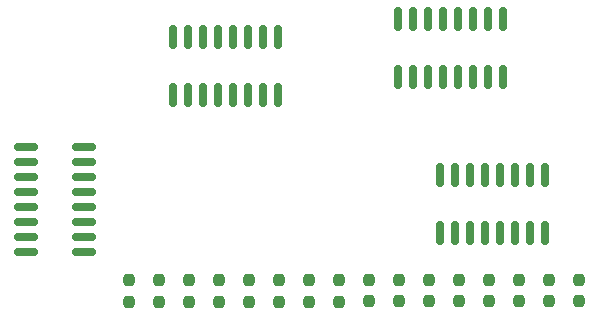
<source format=gbr>
%TF.GenerationSoftware,KiCad,Pcbnew,7.0.2*%
%TF.CreationDate,2023-08-12T01:35:25+09:00*%
%TF.ProjectId,Pmod_Matrix256,506d6f64-5f4d-4617-9472-69783235362e,rev?*%
%TF.SameCoordinates,Original*%
%TF.FileFunction,Paste,Top*%
%TF.FilePolarity,Positive*%
%FSLAX46Y46*%
G04 Gerber Fmt 4.6, Leading zero omitted, Abs format (unit mm)*
G04 Created by KiCad (PCBNEW 7.0.2) date 2023-08-12 01:35:25*
%MOMM*%
%LPD*%
G01*
G04 APERTURE LIST*
G04 Aperture macros list*
%AMRoundRect*
0 Rectangle with rounded corners*
0 $1 Rounding radius*
0 $2 $3 $4 $5 $6 $7 $8 $9 X,Y pos of 4 corners*
0 Add a 4 corners polygon primitive as box body*
4,1,4,$2,$3,$4,$5,$6,$7,$8,$9,$2,$3,0*
0 Add four circle primitives for the rounded corners*
1,1,$1+$1,$2,$3*
1,1,$1+$1,$4,$5*
1,1,$1+$1,$6,$7*
1,1,$1+$1,$8,$9*
0 Add four rect primitives between the rounded corners*
20,1,$1+$1,$2,$3,$4,$5,0*
20,1,$1+$1,$4,$5,$6,$7,0*
20,1,$1+$1,$6,$7,$8,$9,0*
20,1,$1+$1,$8,$9,$2,$3,0*%
G04 Aperture macros list end*
%ADD10RoundRect,0.237500X0.237500X-0.250000X0.237500X0.250000X-0.237500X0.250000X-0.237500X-0.250000X0*%
%ADD11RoundRect,0.150000X0.150000X-0.825000X0.150000X0.825000X-0.150000X0.825000X-0.150000X-0.825000X0*%
%ADD12RoundRect,0.150000X-0.150000X0.825000X-0.150000X-0.825000X0.150000X-0.825000X0.150000X0.825000X0*%
%ADD13RoundRect,0.150000X0.825000X0.150000X-0.825000X0.150000X-0.825000X-0.150000X0.825000X-0.150000X0*%
G04 APERTURE END LIST*
D10*
%TO.C,R5*%
X136144000Y-127404500D03*
X136144000Y-125579500D03*
%TD*%
%TO.C,R7*%
X141224000Y-127404500D03*
X141224000Y-125579500D03*
%TD*%
D11*
%TO.C,U3*%
X152273000Y-121601000D03*
X153543000Y-121601000D03*
X154813000Y-121601000D03*
X156083000Y-121601000D03*
X157353000Y-121601000D03*
X158623000Y-121601000D03*
X159893000Y-121601000D03*
X161163000Y-121601000D03*
X161163000Y-116651000D03*
X159893000Y-116651000D03*
X158623000Y-116651000D03*
X157353000Y-116651000D03*
X156083000Y-116651000D03*
X154813000Y-116651000D03*
X153543000Y-116651000D03*
X152273000Y-116651000D03*
%TD*%
D10*
%TO.C,R4*%
X133604000Y-127404500D03*
X133604000Y-125579500D03*
%TD*%
%TO.C,R9*%
X146304000Y-127384500D03*
X146304000Y-125559500D03*
%TD*%
D12*
%TO.C,U5*%
X138557000Y-104967000D03*
X137287000Y-104967000D03*
X136017000Y-104967000D03*
X134747000Y-104967000D03*
X133477000Y-104967000D03*
X132207000Y-104967000D03*
X130937000Y-104967000D03*
X129667000Y-104967000D03*
X129667000Y-109917000D03*
X130937000Y-109917000D03*
X132207000Y-109917000D03*
X133477000Y-109917000D03*
X134747000Y-109917000D03*
X136017000Y-109917000D03*
X137287000Y-109917000D03*
X138557000Y-109917000D03*
%TD*%
D10*
%TO.C,R1*%
X125984000Y-127404500D03*
X125984000Y-125579500D03*
%TD*%
%TO.C,R2*%
X128524000Y-127404500D03*
X128524000Y-125579500D03*
%TD*%
%TO.C,R10*%
X148844000Y-127384500D03*
X148844000Y-125559500D03*
%TD*%
%TO.C,R16*%
X164084000Y-127384500D03*
X164084000Y-125559500D03*
%TD*%
%TO.C,R14*%
X159004000Y-127384500D03*
X159004000Y-125559500D03*
%TD*%
%TO.C,R15*%
X161544000Y-127384500D03*
X161544000Y-125559500D03*
%TD*%
%TO.C,R11*%
X151384000Y-127384500D03*
X151384000Y-125559500D03*
%TD*%
%TO.C,R3*%
X131064000Y-127404500D03*
X131064000Y-125579500D03*
%TD*%
D12*
%TO.C,U4*%
X157607000Y-103443000D03*
X156337000Y-103443000D03*
X155067000Y-103443000D03*
X153797000Y-103443000D03*
X152527000Y-103443000D03*
X151257000Y-103443000D03*
X149987000Y-103443000D03*
X148717000Y-103443000D03*
X148717000Y-108393000D03*
X149987000Y-108393000D03*
X151257000Y-108393000D03*
X152527000Y-108393000D03*
X153797000Y-108393000D03*
X155067000Y-108393000D03*
X156337000Y-108393000D03*
X157607000Y-108393000D03*
%TD*%
D10*
%TO.C,R8*%
X143764000Y-127404500D03*
X143764000Y-125579500D03*
%TD*%
%TO.C,R13*%
X156464000Y-127384500D03*
X156464000Y-125559500D03*
%TD*%
%TO.C,R6*%
X138684000Y-127404500D03*
X138684000Y-125579500D03*
%TD*%
D13*
%TO.C,U2*%
X122174000Y-123190000D03*
X122174000Y-121920000D03*
X122174000Y-120650000D03*
X122174000Y-119380000D03*
X122174000Y-118110000D03*
X122174000Y-116840000D03*
X122174000Y-115570000D03*
X122174000Y-114300000D03*
X117224000Y-114300000D03*
X117224000Y-115570000D03*
X117224000Y-116840000D03*
X117224000Y-118110000D03*
X117224000Y-119380000D03*
X117224000Y-120650000D03*
X117224000Y-121920000D03*
X117224000Y-123190000D03*
%TD*%
D10*
%TO.C,R12*%
X153924000Y-127384500D03*
X153924000Y-125559500D03*
%TD*%
M02*

</source>
